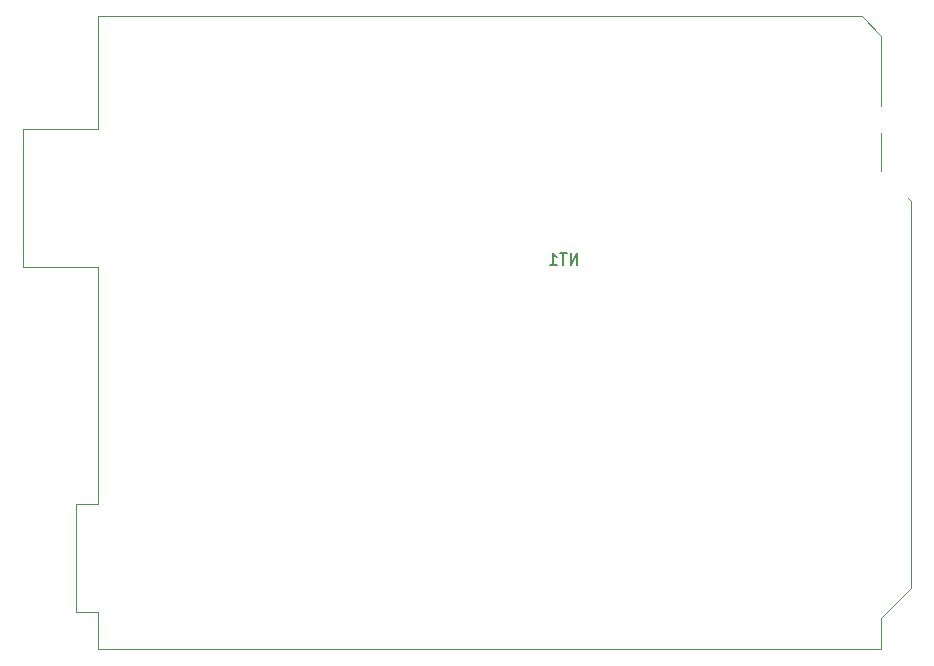
<source format=gbo>
G04 #@! TF.GenerationSoftware,KiCad,Pcbnew,(5.0.0)*
G04 #@! TF.CreationDate,2018-10-04T08:41:43-07:00*
G04 #@! TF.ProjectId,LoRaShield,4C6F5261536869656C642E6B69636164,rev?*
G04 #@! TF.SameCoordinates,PX69db1f0PY7882d48*
G04 #@! TF.FileFunction,Legend,Bot*
G04 #@! TF.FilePolarity,Positive*
%FSLAX46Y46*%
G04 Gerber Fmt 4.6, Leading zero omitted, Abs format (unit mm)*
G04 Created by KiCad (PCBNEW (5.0.0)) date 10/04/18 08:41:43*
%MOMM*%
%LPD*%
G01*
G04 APERTURE LIST*
%ADD10C,0.120000*%
%ADD11C,0.150000*%
%ADD12R,4.264000X2.200000*%
%ADD13R,1.900000X1.900000*%
%ADD14O,1.900000X1.900000*%
%ADD15R,2.198980X2.198980*%
%ADD16C,1.980000*%
%ADD17O,2.200000X2.200000*%
%ADD18R,2.200000X2.200000*%
G04 APERTURE END LIST*
D10*
G04 #@! TO.C,A1*
X66066000Y40568000D02*
X68606000Y38028000D01*
X66066000Y51998000D02*
X66066000Y40568000D01*
X64416000Y53648000D02*
X66066000Y51998000D01*
X-234000Y53648000D02*
X64416000Y53648000D01*
X-234000Y44118000D02*
X-234000Y53648000D01*
X-6584000Y44118000D02*
X-234000Y44118000D01*
X-6584000Y32438000D02*
X-6584000Y44118000D01*
X-234000Y32438000D02*
X-6584000Y32438000D01*
X-234000Y12368000D02*
X-234000Y32438000D01*
X-2134000Y12368000D02*
X-234000Y12368000D01*
X-2134000Y3228000D02*
X-2134000Y12368000D01*
X-234000Y3228000D02*
X-2134000Y3228000D01*
X-234000Y48000D02*
X-234000Y3228000D01*
X66066000Y48000D02*
X-234000Y48000D01*
X66066000Y2718000D02*
X66066000Y48000D01*
X68606000Y5258000D02*
X66066000Y2718000D01*
X68606000Y38028000D02*
X68606000Y5258000D01*
G04 #@! TO.C,NT1*
D11*
X40352857Y32597620D02*
X40352857Y33597620D01*
X39781428Y32597620D01*
X39781428Y33597620D01*
X39448095Y33597620D02*
X38876666Y33597620D01*
X39162380Y32597620D02*
X39162380Y33597620D01*
X38019523Y32597620D02*
X38590952Y32597620D01*
X38305238Y32597620D02*
X38305238Y33597620D01*
X38400476Y33454762D01*
X38495714Y33359524D01*
X38590952Y33311905D01*
G04 #@! TD*
%LPC*%
D12*
G04 #@! TO.C,J1*
X66260000Y39338000D03*
X66260000Y44862000D03*
G04 #@! TD*
D13*
G04 #@! TO.C,J2*
X54002000Y11450000D03*
D14*
X54002000Y8910000D03*
X51462000Y11450000D03*
X51462000Y8910000D03*
X48922000Y11450000D03*
X48922000Y8910000D03*
X46382000Y11450000D03*
X46382000Y8910000D03*
X43842000Y11450000D03*
X43842000Y8910000D03*
X41302000Y11450000D03*
X41302000Y8910000D03*
X38762000Y11450000D03*
X38762000Y8910000D03*
X36222000Y11450000D03*
X36222000Y8910000D03*
X33682000Y11450000D03*
X33682000Y8910000D03*
X31142000Y11450000D03*
X31142000Y8910000D03*
X28602000Y11450000D03*
X28602000Y8910000D03*
X26062000Y11450000D03*
X26062000Y8910000D03*
X23522000Y11450000D03*
X23522000Y8910000D03*
X20982000Y11450000D03*
X20982000Y8910000D03*
X18442000Y11450000D03*
X18442000Y8910000D03*
X15902000Y11450000D03*
X15902000Y8910000D03*
X13362000Y11450000D03*
X13362000Y8910000D03*
X10822000Y11450000D03*
X10822000Y8910000D03*
X8282000Y11450000D03*
X8282000Y8910000D03*
X5742000Y11450000D03*
X5742000Y8910000D03*
G04 #@! TD*
D13*
G04 #@! TO.C,J3*
X41210000Y42200000D03*
D14*
X41210000Y44740000D03*
X43750000Y42200000D03*
X43750000Y44740000D03*
X46290000Y42200000D03*
X46290000Y44740000D03*
X48830000Y42200000D03*
X48830000Y44740000D03*
X51370000Y42200000D03*
X51370000Y44740000D03*
X53910000Y42200000D03*
X53910000Y44740000D03*
G04 #@! TD*
D15*
G04 #@! TO.C,NT1*
X36670000Y35000000D03*
X41750000Y35000000D03*
G04 #@! TD*
D16*
G04 #@! TO.C,A1*
X65936000Y7798000D03*
X65936000Y35738000D03*
X15136000Y50978000D03*
X13866000Y2718000D03*
D17*
X60856000Y50978000D03*
X63396000Y50978000D03*
X23776000Y50978000D03*
X63396000Y2718000D03*
X26316000Y50978000D03*
X60856000Y2718000D03*
X28856000Y50978000D03*
X58316000Y2718000D03*
X31396000Y50978000D03*
X55776000Y2718000D03*
X33936000Y50978000D03*
X53236000Y2718000D03*
X36476000Y50978000D03*
X50696000Y2718000D03*
X39016000Y50978000D03*
X45616000Y2718000D03*
X41556000Y50978000D03*
X43076000Y2718000D03*
X45616000Y50978000D03*
X40536000Y2718000D03*
X48156000Y50978000D03*
X37996000Y2718000D03*
X50696000Y50978000D03*
X35456000Y2718000D03*
X53236000Y50978000D03*
X32916000Y2718000D03*
X55776000Y50978000D03*
X30376000Y2718000D03*
X58316000Y50978000D03*
D18*
X27836000Y2718000D03*
D17*
X21236000Y50978000D03*
X18696000Y50978000D03*
G04 #@! TD*
M02*

</source>
